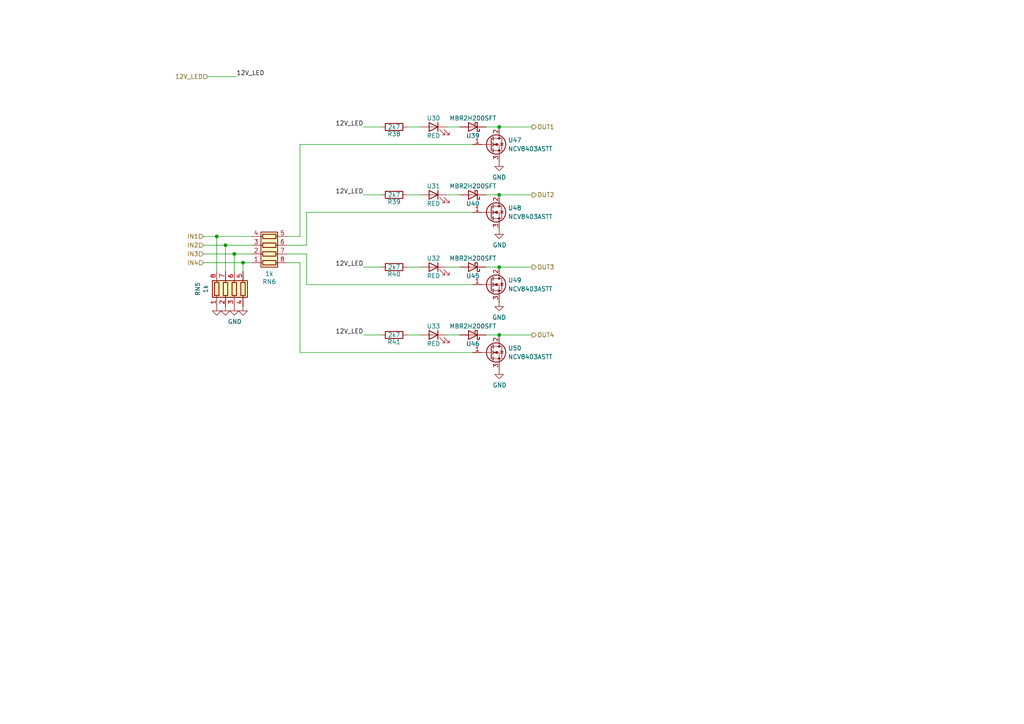
<source format=kicad_sch>
(kicad_sch (version 20230121) (generator eeschema)
  (paper "A4")
  (title_block (title "rusEfi Proteus") (date "2022-04-09") (rev "v0.7") (company "rusEFI") (comment 1 "github.com/mck1117/proteus") (comment 2 "rusefi.com/s/proteus"))
  (lib_symbols
    (symbol "Device:D_Schottky" (pin_numbers hide) (pin_names (offset 1.016) hide)
      (property "Reference" "D" (at 0 2.54 0))
      (property "Value" "D_Schottky" (at 0 -2.54 0))
      (symbol "D_Schottky_0_1"
        (polyline (pts (xy 1.27 0) (xy -1.27 0)))
        (polyline (pts (xy 1.27 1.27) (xy 1.27 -1.27) (xy -1.27 0) (xy 1.27 1.27)) (stroke (width 0.254)))
        (polyline (pts (xy -1.905 0.635) (xy -1.905 1.27) (xy -1.27 1.27) (xy -1.27 -1.27) (xy -0.635 -1.27) (xy -0.635 -0.635)) (stroke (width 0.254)))
      )
      (symbol "D_Schottky_1_1"
        (pin passive line (at -3.81 0 0) (length 2.54) (name "K") (number "1"))
        (pin passive line (at 3.81 0 180) (length 2.54) (name "A") (number "2"))
      )
    )
    (symbol "Device:LED" (pin_numbers hide) (pin_names (offset 1.016) hide)
      (property "Reference" "D" (at 0 2.54 0))
      (property "Value" "LED" (at 0 -2.54 0))
      (symbol "LED_0_1"
        (polyline (pts (xy -1.27 -1.27) (xy -1.27 1.27)) (stroke (width 0.254)))
        (polyline (pts (xy -1.27 0) (xy 1.27 0)))
        (polyline (pts (xy 1.27 -1.27) (xy 1.27 1.27) (xy -1.27 0) (xy 1.27 -1.27)) (stroke (width 0.254)))
        (polyline (pts (xy -3.048 -0.762) (xy -4.572 -2.286) (xy -3.81 -2.286) (xy -4.572 -2.286) (xy -4.572 -1.524)))
        (polyline (pts (xy -1.778 -0.762) (xy -3.302 -2.286) (xy -2.54 -2.286) (xy -3.302 -2.286) (xy -3.302 -1.524)))
      )
      (symbol "LED_1_1"
        (pin passive line (at -3.81 0 0) (length 2.54) (name "K") (number "1"))
        (pin passive line (at 3.81 0 180) (length 2.54) (name "A") (number "2"))
      )
    )
    (symbol "Device:Q_NMOS_GDS" (pin_names (offset 0) hide)
      (property "Reference" "Q" (at 5.08 1.27 0))
      (property "Value" "Q_NMOS_GDS" (at 5.08 -1.27 0))
      (symbol "Q_NMOS_GDS_0_1"
        (polyline (pts (xy 0.254 0) (xy -2.54 0)))
        (polyline (pts (xy 0.254 1.905) (xy 0.254 -1.905)) (stroke (width 0.254)))
        (polyline (pts (xy 0.762 -1.27) (xy 0.762 -2.286)) (stroke (width 0.254)))
        (polyline (pts (xy 0.762 0.508) (xy 0.762 -0.508)) (stroke (width 0.254)))
        (polyline (pts (xy 0.762 2.286) (xy 0.762 1.27)) (stroke (width 0.254)))
        (polyline (pts (xy 2.54 2.54) (xy 2.54 1.778)))
        (polyline (pts (xy 2.54 -2.54) (xy 2.54 0) (xy 0.762 0)))
        (polyline (pts (xy 0.762 -1.778) (xy 3.302 -1.778) (xy 3.302 1.778) (xy 0.762 1.778)))
        (polyline (pts (xy 1.016 0) (xy 2.032 0.381) (xy 2.032 -0.381) (xy 1.016 0)) (fill (type outline)))
        (polyline (pts (xy 2.794 0.508) (xy 2.921 0.381) (xy 3.683 0.381) (xy 3.81 0.254)))
        (polyline (pts (xy 3.302 0.381) (xy 2.921 -0.254) (xy 3.683 -0.254) (xy 3.302 0.381)))
        (circle (center 1.651 0) (radius 2.794) (stroke (width 0.254)))
        (circle (center 2.54 -1.778) (radius 0.254) (fill (type outline)))
        (circle (center 2.54 1.778) (radius 0.254) (fill (type outline)))
      )
      (symbol "Q_NMOS_GDS_1_1"
        (pin input line (at -5.08 0 0) (length 2.54) (name "G") (number "1"))
        (pin passive line (at 2.54 5.08 270) (length 2.54) (name "D") (number "2"))
        (pin passive line (at 2.54 -5.08 90) (length 2.54) (name "S") (number "3"))
      )
    )
    (symbol "Device:R" (pin_numbers hide) (pin_names (offset 0))
      (property "Reference" "R" (at 2.032 0 90))
      (property "Value" "R" (at 0 0 90))
      (symbol "R_0_1"
        (rectangle (start -1.016 -2.54) (end 1.016 2.54) (stroke (width 0.254)))
      )
      (symbol "R_1_1"
        (pin passive line (at 0 3.81 270) (length 1.27) (name "~") (number "1"))
        (pin passive line (at 0 -3.81 90) (length 1.27) (name "~") (number "2"))
      )
    )
    (symbol "Device:R_Pack04" (pin_names (offset 0) hide)
      (property "Reference" "RN" (at -7.62 0 90))
      (property "Value" "R_Pack04" (at 5.08 0 90))
      (symbol "R_Pack04_0_1"
        (rectangle (start -6.35 -2.413) (end 3.81 2.413) (stroke (width 0.254)) (fill (type background)))
        (rectangle (start -5.715 1.905) (end -4.445 -1.905) (stroke (width 0.254)))
        (rectangle (start -3.175 1.905) (end -1.905 -1.905) (stroke (width 0.254)))
        (rectangle (start -0.635 1.905) (end 0.635 -1.905) (stroke (width 0.254)))
        (polyline (pts (xy -5.08 -2.54) (xy -5.08 -1.905)))
        (polyline (pts (xy -5.08 1.905) (xy -5.08 2.54)))
        (polyline (pts (xy -2.54 -2.54) (xy -2.54 -1.905)))
        (polyline (pts (xy -2.54 1.905) (xy -2.54 2.54)))
        (polyline (pts (xy 0 -2.54) (xy 0 -1.905)))
        (polyline (pts (xy 0 1.905) (xy 0 2.54)))
        (polyline (pts (xy 2.54 -2.54) (xy 2.54 -1.905)))
        (polyline (pts (xy 2.54 1.905) (xy 2.54 2.54)))
        (rectangle (start 1.905 1.905) (end 3.175 -1.905) (stroke (width 0.254)))
      )
      (symbol "R_Pack04_1_1"
        (pin passive line (at -5.08 -5.08 90) (length 2.54) (name "R1.1") (number "1"))
        (pin passive line (at -2.54 -5.08 90) (length 2.54) (name "R2.1") (number "2"))
        (pin passive line (at 0 -5.08 90) (length 2.54) (name "R3.1") (number "3"))
        (pin passive line (at 2.54 -5.08 90) (length 2.54) (name "R4.1") (number "4"))
        (pin passive line (at 2.54 5.08 270) (length 2.54) (name "R4.2") (number "5"))
        (pin passive line (at 0 5.08 270) (length 2.54) (name "R3.2") (number "6"))
        (pin passive line (at -2.54 5.08 270) (length 2.54) (name "R2.2") (number "7"))
        (pin passive line (at -5.08 5.08 270) (length 2.54) (name "R1.2") (number "8"))
      )
    )
    (symbol "power:GND" (power) (pin_names (offset 0))
      (property "Value" "GND" (at 0 -3.81 0))
      (symbol "GND_0_1"
        (polyline (pts (xy 0 0) (xy 0 -1.27) (xy 1.27 -1.27) (xy 0 -2.54) (xy -1.27 -1.27) (xy 0 -1.27)))
      )
      (symbol "GND_1_1"
        (pin power_in line (at 0 0 270) (length 0) hide (name "GND") (number "1"))
      )
    )
  )
  (junction (at 144.78 77.47))
  (junction (at 67.945 73.66))
  (junction (at 144.78 97.155))
  (junction (at 65.405 71.12))
  (junction (at 144.78 56.515))
  (junction (at 62.865 68.58))
  (junction (at 70.485 76.2))
  (junction (at 144.78 36.83))
  (wire (pts (xy 86.995 76.2) (xy 86.995 102.235)))
  (wire (pts (xy 121.92 36.83) (xy 118.11 36.83)))
  (wire (pts (xy 73.025 73.66) (xy 67.945 73.66)))
  (wire (pts (xy 110.49 97.155) (xy 105.41 97.155)))
  (wire (pts (xy 140.97 36.83) (xy 144.78 36.83)))
  (wire (pts (xy 133.35 36.83) (xy 129.54 36.83)))
  (wire (pts (xy 110.49 36.83) (xy 105.41 36.83)))
  (wire (pts (xy 140.97 97.155) (xy 144.78 97.155)))
  (wire (pts (xy 88.9 61.595) (xy 137.16 61.595)))
  (wire (pts (xy 67.945 73.66) (xy 67.945 78.74)))
  (wire (pts (xy 65.405 71.12) (xy 73.025 71.12)))
  (wire (pts (xy 73.025 68.58) (xy 62.865 68.58)))
  (wire (pts (xy 83.185 68.58) (xy 86.995 68.58)))
  (wire (pts (xy 83.185 76.2) (xy 86.995 76.2)))
  (wire (pts (xy 121.92 97.155) (xy 118.11 97.155)))
  (wire (pts (xy 144.78 97.155) (xy 154.305 97.155)))
  (wire (pts (xy 86.995 41.91) (xy 86.995 68.58)))
  (wire (pts (xy 60.325 22.225) (xy 68.58 22.225)))
  (wire (pts (xy 144.78 36.83) (xy 154.305 36.83)))
  (wire (pts (xy 59.055 68.58) (xy 62.865 68.58)))
  (wire (pts (xy 133.35 56.515) (xy 129.54 56.515)))
  (wire (pts (xy 70.485 78.74) (xy 70.485 76.2)))
  (wire (pts (xy 133.35 77.47) (xy 129.54 77.47)))
  (wire (pts (xy 65.405 78.74) (xy 65.405 71.12)))
  (wire (pts (xy 88.9 82.55) (xy 137.16 82.55)))
  (wire (pts (xy 144.78 56.515) (xy 154.305 56.515)))
  (wire (pts (xy 59.055 73.66) (xy 67.945 73.66)))
  (wire (pts (xy 144.78 77.47) (xy 154.305 77.47)))
  (wire (pts (xy 70.485 76.2) (xy 73.025 76.2)))
  (wire (pts (xy 133.35 97.155) (xy 129.54 97.155)))
  (wire (pts (xy 59.055 71.12) (xy 65.405 71.12)))
  (wire (pts (xy 110.49 56.515) (xy 105.41 56.515)))
  (wire (pts (xy 110.49 77.47) (xy 105.41 77.47)))
  (wire (pts (xy 83.185 73.66) (xy 88.9 73.66)))
  (wire (pts (xy 121.92 77.47) (xy 118.11 77.47)))
  (wire (pts (xy 86.995 102.235) (xy 137.16 102.235)))
  (wire (pts (xy 88.9 61.595) (xy 88.9 71.12)))
  (wire (pts (xy 121.92 56.515) (xy 118.11 56.515)))
  (wire (pts (xy 88.9 73.66) (xy 88.9 82.55)))
  (wire (pts (xy 140.97 56.515) (xy 144.78 56.515)))
  (wire (pts (xy 86.995 41.91) (xy 137.16 41.91)))
  (wire (pts (xy 59.055 76.2) (xy 70.485 76.2)))
  (wire (pts (xy 140.97 77.47) (xy 144.78 77.47)))
  (wire (pts (xy 83.185 71.12) (xy 88.9 71.12)))
  (wire (pts (xy 62.865 68.58) (xy 62.865 78.74)))
  (label "12V_LED" (at 68.58 22.225 0))
  (label "12V_LED" (at 105.41 77.47 180))
  (label "12V_LED" (at 105.41 97.155 180))
  (label "12V_LED" (at 105.41 36.83 180))
  (label "12V_LED" (at 105.41 56.515 180))
  (hierarchical_label "OUT3" (shape output) (at 154.305 77.47 0))
  (hierarchical_label "12V_LED" (shape input) (at 60.325 22.225 180))
  (hierarchical_label "IN2" (shape input) (at 59.055 71.12 180))
  (hierarchical_label "OUT1" (shape output) (at 154.305 36.83 0))
  (hierarchical_label "IN4" (shape input) (at 59.055 76.2 180))
  (hierarchical_label "OUT2" (shape output) (at 154.305 56.515 0))
  (hierarchical_label "IN3" (shape input) (at 59.055 73.66 180))
  (hierarchical_label "OUT4" (shape output) (at 154.305 97.155 0))
  (hierarchical_label "IN1" (shape input) (at 59.055 68.58 180))
  (symbol (lib_id "Device:R_Pack04") (at 78.105 71.12 270) (mirror x) (unit 1)
    (property "Reference" "RN6" (at 78.105 81.7118 90))
    (property "Value" "1k" (at 78.105 79.4004 90))
    (property "Footprint" "Resistor_SMD:R_Array_Convex_4x0603" (effects hide))
    (property "LCSC" "C20197" (effects hide))
    (property "LCSC_ext" "0" (effects hide))
    (instances (project "proteus" (path "" (reference "RN6") (unit 1)) (path "" (reference "RN8") (unit 1))))
  )
  (symbol (lib_id "Device:R_Pack04") (at 67.945 83.82 0) (unit 1)
    (property "Reference" "RN5" (at 57.3532 83.82 90))
    (property "Value" "1k" (at 59.6646 83.82 90))
    (property "Footprint" "Resistor_SMD:R_Array_Convex_4x0603" (effects hide))
    (property "LCSC" "C20197" (effects hide))
    (property "LCSC_ext" "0" (effects hide))
    (instances (project "proteus" (path "" (reference "RN5") (unit 1)) (path "" (reference "RN7") (unit 1))))
  )
  (symbol (lib_id "power:GND") (at 62.865 88.9 0) (unit 1)
    (property "Reference" "#PWR0229" (effects hide))
    (property "Value" "GND" (effects hide))
    (instances (project "proteus" (path "" (reference "#PWR0229") (unit 1)) (path "" (reference "#PWR0235") (unit 1))))
  )
  (symbol (lib_id "power:GND") (at 65.405 88.9 0) (unit 1)
    (property "Reference" "#PWR0230" (effects hide))
    (property "Value" "GND" (effects hide))
    (instances (project "proteus" (path "" (reference "#PWR0230") (unit 1)) (path "" (reference "#PWR0236") (unit 1))))
  )
  (symbol (lib_id "power:GND") (at 67.945 88.9 0) (unit 1)
    (property "Reference" "#PWR0231" (effects hide))
    (property "Value" "GND" (at 68.072 93.2942 0))
    (instances (project "proteus" (path "" (reference "#PWR0231") (unit 1)) (path "" (reference "#PWR0237") (unit 1))))
  )
  (symbol (lib_id "power:GND") (at 70.485 88.9 0) (unit 1)
    (property "Reference" "#PWR0232" (effects hide))
    (property "Value" "GND" (effects hide))
    (instances (project "proteus" (path "" (reference "#PWR0232") (unit 1)) (path "" (reference "#PWR0238") (unit 1))))
  )
  (symbol (lib_id "power:GND") (at 144.78 46.99 0) (unit 1)
    (property "Reference" "#PWR0233" (effects hide))
    (property "Value" "GND" (at 144.78 51.435 0))
    (instances (project "proteus" (path "" (reference "#PWR0233") (unit 1)) (path "" (reference "#PWR0239") (unit 1))))
  )
  (symbol (lib_id "power:GND") (at 144.78 66.675 0) (unit 1)
    (property "Reference" "#PWR0234" (effects hide))
    (property "Value" "GND" (at 144.907 71.0692 0))
    (instances (project "proteus" (path "" (reference "#PWR0234") (unit 1)) (path "" (reference "#PWR0240") (unit 1))))
  )
  (symbol (lib_id "Device:LED") (at 125.73 56.515 0) (mirror y) (unit 1)
    (property "Reference" "U31" (at 125.73 53.975 0))
    (property "Value" "RED" (at 125.73 59.055 0))
    (property "Footprint" "LED_SMD:LED_0805_2012Metric" (effects hide))
    (instances (project "proteus" (path "" (reference "U31") (unit 1)) (path "" (reference "U56") (unit 1))))
  )
  (symbol (lib_id "Device:Q_NMOS_GDS") (at 142.24 102.235 0) (unit 1)
    (property "Reference" "U50" (at 147.32 100.965 0) (effects (justify left)))
    (property "Value" "NCV8403ASTT" (at 147.32 103.505 0) (effects (justify left)))
    (property "Footprint" "Package_TO_SOT_SMD:TO-252-2" (effects hide))
    (instances (project "proteus" (path "" (reference "U50") (unit 1)) (path "" (reference "U70") (unit 1))))
  )
  (symbol (lib_id "Device:D_Schottky") (at 137.16 36.83 180) (unit 1)
    (property "Reference" "U39" (at 137.16 39.37 0))
    (property "Value" "MBR2H200SFT" (at 137.16 34.29 0))
    (property "Footprint" "Diode_SMD:D_SOD-123" (effects hide))
    (instances (project "proteus" (path "" (reference "U39") (unit 1)) (path "" (reference "U63") (unit 1))))
  )
  (symbol (lib_id "Device:Q_NMOS_GDS") (at 142.24 41.91 0) (unit 1)
    (property "Reference" "U47" (at 147.32 40.64 0) (effects (justify left)))
    (property "Value" "NCV8403ASTT" (at 147.32 43.18 0) (effects (justify left)))
    (property "Footprint" "Package_TO_SOT_SMD:TO-252-2" (effects hide))
    (instances (project "proteus" (path "" (reference "U47") (unit 1)) (path "" (reference "U67") (unit 1))))
  )
  (symbol (lib_id "power:GND") (at 144.78 87.63 0) (unit 1)
    (property "Reference" "#PWR0251" (effects hide))
    (property "Value" "GND" (at 144.78 92.075 0))
    (instances (project "proteus" (path "" (reference "#PWR0251") (unit 1)) (path "" (reference "#PWR0264") (unit 1))))
  )
  (symbol (lib_id "Device:D_Schottky") (at 137.16 97.155 180) (unit 1)
    (property "Reference" "U46" (at 137.16 99.695 0))
    (property "Value" "MBR2H200SFT" (at 137.16 94.615 0))
    (property "Footprint" "Diode_SMD:D_SOD-123" (effects hide))
    (instances (project "proteus" (path "" (reference "U46") (unit 1)) (path "" (reference "U66") (unit 1))))
  )
  (symbol (lib_id "Device:R") (at 114.3 97.155 270) (unit 1)
    (property "Reference" "R41" (at 114.3 99.187 90))
    (property "Value" "2k7" (at 114.3 97.155 90))
    (property "Footprint" "Resistor_SMD:R_0805_2012Metric" (effects hide))
    (instances (project "proteus" (path "" (reference "R41") (unit 1)) (path "" (reference "R45") (unit 1))))
  )
  (symbol (lib_id "power:GND") (at 144.78 107.315 0) (unit 1)
    (property "Reference" "#PWR0250" (effects hide))
    (property "Value" "GND" (at 144.907 111.7092 0))
    (instances (project "proteus" (path "" (reference "#PWR0250") (unit 1)) (path "" (reference "#PWR0263") (unit 1))))
  )
  (symbol (lib_id "Device:R") (at 114.3 77.47 270) (unit 1)
    (property "Reference" "R40" (at 114.3 79.502 90))
    (property "Value" "2k7" (at 114.3 77.47 90))
    (property "Footprint" "Resistor_SMD:R_0805_2012Metric" (effects hide))
    (instances (project "proteus" (path "" (reference "R40") (unit 1)) (path "" (reference "R44") (unit 1))))
  )
  (symbol (lib_id "Device:Q_NMOS_GDS") (at 142.24 82.55 0) (unit 1)
    (property "Reference" "U49" (at 147.32 81.28 0) (effects (justify left)))
    (property "Value" "NCV8403ASTT" (at 147.32 83.82 0) (effects (justify left)))
    (property "Footprint" "Package_TO_SOT_SMD:TO-252-2" (effects hide))
    (instances (project "proteus" (path "" (reference "U49") (unit 1)) (path "" (reference "U69") (unit 1))))
  )
  (symbol (lib_id "Device:LED") (at 125.73 97.155 0) (mirror y) (unit 1)
    (property "Reference" "U33" (at 125.73 94.615 0))
    (property "Value" "RED" (at 125.73 99.695 0))
    (property "Footprint" "LED_SMD:LED_0805_2012Metric" (effects hide))
    (instances (project "proteus" (path "" (reference "U33") (unit 1)) (path "" (reference "U58") (unit 1))))
  )
  (symbol (lib_id "Device:R") (at 114.3 36.83 270) (unit 1)
    (property "Reference" "R38" (at 114.3 38.862 90))
    (property "Value" "2k7" (at 114.3 36.83 90))
    (property "Footprint" "Resistor_SMD:R_0805_2012Metric" (effects hide))
    (instances (project "proteus" (path "" (reference "R38") (unit 1)) (path "" (reference "R42") (unit 1))))
  )
  (symbol (lib_id "Device:R") (at 114.3 56.515 270) (unit 1)
    (property "Reference" "R39" (at 114.3 58.547 90))
    (property "Value" "2k7" (at 114.3 56.515 90))
    (property "Footprint" "Resistor_SMD:R_0805_2012Metric" (effects hide))
    (instances (project "proteus" (path "" (reference "R39") (unit 1)) (path "" (reference "R43") (unit 1))))
  )
  (symbol (lib_id "Device:D_Schottky") (at 137.16 56.515 180) (unit 1)
    (property "Reference" "U40" (at 137.16 59.055 0))
    (property "Value" "MBR2H200SFT" (at 137.16 53.975 0))
    (property "Footprint" "Diode_SMD:D_SOD-123" (effects hide))
    (instances (project "proteus" (path "" (reference "U40") (unit 1)) (path "" (reference "U64") (unit 1))))
  )
  (symbol (lib_id "Device:Q_NMOS_GDS") (at 142.24 61.595 0) (unit 1)
    (property "Reference" "U48" (at 147.32 60.325 0) (effects (justify left)))
    (property "Value" "NCV8403ASTT" (at 147.32 62.865 0) (effects (justify left)))
    (property "Footprint" "Package_TO_SOT_SMD:TO-252-2" (effects hide))
    (instances (project "proteus" (path "" (reference "U48") (unit 1)) (path "" (reference "U68") (unit 1))))
  )
  (symbol (lib_id "Device:LED") (at 125.73 36.83 0) (mirror y) (unit 1)
    (property "Reference" "U30" (at 125.73 34.29 0))
    (property "Value" "RED" (at 125.73 39.37 0))
    (property "Footprint" "LED_SMD:LED_0805_2012Metric" (effects hide))
    (instances (project "proteus" (path "" (reference "U30") (unit 1)) (path "" (reference "U55") (unit 1))))
  )
  (symbol (lib_id "Device:D_Schottky") (at 137.16 77.47 180) (unit 1)
    (property "Reference" "U45" (at 137.16 80.01 0))
    (property "Value" "MBR2H200SFT" (at 137.16 74.93 0))
    (property "Footprint" "Diode_SMD:D_SOD-123" (effects hide))
    (instances (project "proteus" (path "" (reference "U45") (unit 1)) (path "" (reference "U65") (unit 1))))
  )
  (symbol (lib_id "Device:LED") (at 125.73 77.47 0) (mirror y) (unit 1)
    (property "Reference" "U32" (at 125.73 74.93 0))
    (property "Value" "RED" (at 125.73 80.01 0))
    (property "Footprint" "LED_SMD:LED_0805_2012Metric" (effects hide))
    (instances (project "proteus" (path "" (reference "U32") (unit 1)) (path "" (reference "U57") (unit 1))))
  )
)
</source>
